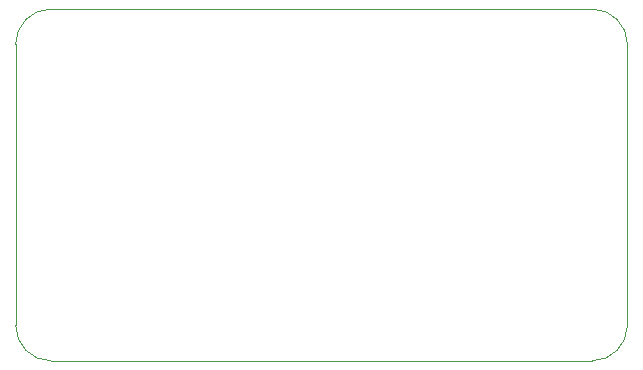
<source format=gm1>
G04 #@! TF.GenerationSoftware,KiCad,Pcbnew,(6.0.2)*
G04 #@! TF.CreationDate,2022-09-28T01:28:21+02:00*
G04 #@! TF.ProjectId,Washing-Machine-Sensor,57617368-696e-4672-9d4d-616368696e65,rev?*
G04 #@! TF.SameCoordinates,Original*
G04 #@! TF.FileFunction,Profile,NP*
%FSLAX46Y46*%
G04 Gerber Fmt 4.6, Leading zero omitted, Abs format (unit mm)*
G04 Created by KiCad (PCBNEW (6.0.2)) date 2022-09-28 01:28:21*
%MOMM*%
%LPD*%
G01*
G04 APERTURE LIST*
G04 #@! TA.AperFunction,Profile*
%ADD10C,0.050000*%
G04 #@! TD*
G04 APERTURE END LIST*
D10*
X151800000Y-93100000D02*
X151800000Y-116900000D01*
X154800000Y-119900000D02*
X200600000Y-119900000D01*
X154800000Y-90100000D02*
G75*
G03*
X151800000Y-93100000I1J-3000001D01*
G01*
X203600000Y-93100000D02*
G75*
G03*
X200600000Y-90100000I-3000001J-1D01*
G01*
X200600000Y-119900000D02*
G75*
G03*
X203600000Y-116900000I-1J3000001D01*
G01*
X200600000Y-90100000D02*
X154800000Y-90100000D01*
X151800000Y-116900000D02*
G75*
G03*
X154800000Y-119900000I3000001J1D01*
G01*
X203600000Y-116900000D02*
X203600000Y-93100000D01*
M02*

</source>
